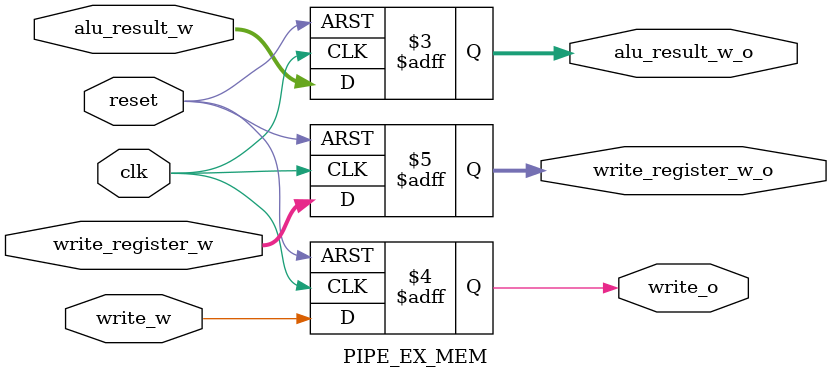
<source format=v>
module PIPE_EX_MEM
(
	input clk,
	input reset,
	input [31:0] alu_result_w,
	input write_w,
	input [4:0] write_register_w,

	output reg [31:0] alu_result_w_o,
	output reg write_o,
	output reg [4:0] write_register_w_o
    
);

always @(negedge reset or posedge clk)
	begin
		if (reset == 0)
			begin
				alu_result_w_o <= 0;
				write_o <= 0;
				write_register_w_o <= 0;
			end
		else
			begin
				alu_result_w_o <= alu_result_w;
				write_o <= write_w;
				write_register_w_o <= write_register_w;
			end
	end

endmodule
</source>
